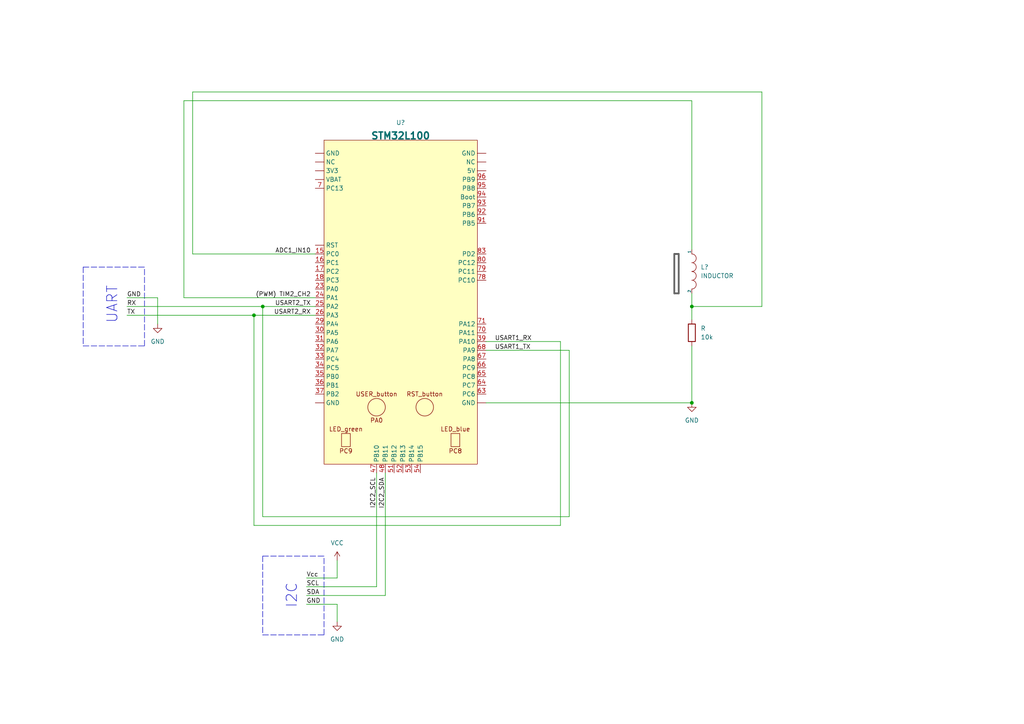
<source format=kicad_sch>
(kicad_sch (version 20211123) (generator eeschema)
  (paper "A4")
  (title_block (title "Měření vzdálenosti na základě vířivých proudů") (date "2022-12-01"))
  (lib_symbols
    (symbol "Device:R" (pin_numbers hide) (pin_names (offset 0))
      (property "Reference" "R" (at 2.032 0 90))
      (property "Value" "R" (at 0 0 90))
      (symbol "R_0_1"
        (rectangle (start -1.016 -2.54) (end 1.016 2.54) (stroke (width 0.254)))
      )
      (symbol "R_1_1"
        (pin passive line (at 0 3.81 270) (length 1.27) (name "~") (number "1"))
        (pin passive line (at 0 -3.81 90) (length 1.27) (name "~") (number "2"))
      )
    )
    (symbol "custom:STM32L100"
      (property "Reference" "U" (at 21.59 43.18 0))
      (property "Value" "STM32L100" (at 20.32 45.72 0))
      (symbol "STM32L100_0_0"
        (rectangle (start 5.08 8.89) (end 7.62 5.08))
        (circle (center 15.24 16.51) (radius 2.54))
        (circle (center 29.21 16.51) (radius 2.54))
        (rectangle (start 36.83 8.89) (end 39.37 5.08))
        (text "LED_blue" (at 38.1 10.16 0) (effects (font (size 1.27 1.27))))
        (text "LED_green" (at 6.35 10.16 0) (effects (font (size 1.27 1.27))))
        (text "PA0" (at 15.24 12.7 0) (effects (font (size 1.27 1.27))))
        (text "PC8" (at 38.1 3.81 0) (effects (font (size 1.27 1.27))))
        (text "PC9" (at 6.35 3.81 0) (effects (font (size 1.27 1.27))))
        (text "RST_button" (at 29.21 20.32 0) (effects (font (size 1.27 1.27))))
        (text "USER_button" (at 15.24 20.32 0) (effects (font (size 1.27 1.27))))
      )
      (symbol "STM32L100_0_1"
        (rectangle (start 0 93.98) (end 44.45 0) (fill (type background)))
      )
      (symbol "STM32L100_1_1"
        (pin power_out line (at -2.54 85.09 0) (length 2.54) (name "3V3") (number ""))
        (pin power_out line (at 46.99 85.09 180) (length 2.54) (name "5V") (number ""))
        (pin power_out line (at -2.54 17.78 0) (length 2.54) (name "GND") (number ""))
        (pin power_out line (at -2.54 90.17 0) (length 2.54) (name "GND") (number ""))
        (pin power_out line (at 46.99 17.78 180) (length 2.54) (name "GND") (number ""))
        (pin power_in line (at 46.99 90.17 180) (length 2.54) (name "GND") (number ""))
        (pin unspecified line (at -2.54 87.63 0) (length 2.54) (name "NC") (number ""))
        (pin unspecified line (at 46.99 87.63 180) (length 2.54) (name "NC") (number ""))
        (pin bidirectional line (at -2.54 63.5 0) (length 2.54) (name "RST") (number ""))
        (pin unspecified line (at -2.54 82.55 0) (length 2.54) (name "VBAT") (number ""))
        (pin bidirectional line (at -2.54 60.96 0) (length 2.54) (name "PC0") (number "15"))
        (pin bidirectional line (at -2.54 58.42 0) (length 2.54) (name "PC1") (number "16"))
        (pin bidirectional line (at -2.54 55.88 0) (length 2.54) (name "PC2") (number "17"))
        (pin bidirectional line (at -2.54 53.34 0) (length 2.54) (name "PC3") (number "18"))
        (pin bidirectional line (at -2.54 50.8 0) (length 2.54) (name "PA0") (number "23"))
        (pin bidirectional line (at -2.54 48.26 0) (length 2.54) (name "PA1") (number "24"))
        (pin bidirectional line (at -2.54 45.72 0) (length 2.54) (name "PA2") (number "25"))
        (pin bidirectional line (at -2.54 43.18 0) (length 2.54) (name "PA3") (number "26"))
        (pin bidirectional line (at -2.54 40.64 0) (length 2.54) (name "PA4") (number "29"))
        (pin bidirectional line (at -2.54 38.1 0) (length 2.54) (name "PA5") (number "30"))
        (pin bidirectional line (at -2.54 35.56 0) (length 2.54) (name "PA6") (number "31"))
        (pin bidirectional line (at -2.54 33.02 0) (length 2.54) (name "PA7") (number "32"))
        (pin bidirectional line (at -2.54 30.48 0) (length 2.54) (name "PC4") (number "33"))
        (pin bidirectional line (at -2.54 27.94 0) (length 2.54) (name "PC5") (number "34"))
        (pin bidirectional line (at -2.54 25.4 0) (length 2.54) (name "PB0") (number "35"))
        (pin bidirectional line (at -2.54 22.86 0) (length 2.54) (name "PB1") (number "36"))
        (pin bidirectional line (at -2.54 20.32 0) (length 2.54) (name "PB2") (number "37"))
        (pin bidirectional line (at 46.99 35.56 180) (length 2.54) (name "PA10") (number "39"))
        (pin bidirectional line (at 15.24 -2.54 90) (length 2.54) (name "PB10") (number "47"))
        (pin bidirectional line (at 17.78 -2.54 90) (length 2.54) (name "PB11") (number "48"))
        (pin bidirectional line (at 20.32 -2.54 90) (length 2.54) (name "PB12") (number "51"))
        (pin bidirectional line (at 22.86 -2.54 90) (length 2.54) (name "PB13") (number "52"))
        (pin bidirectional line (at 25.4 -2.54 90) (length 2.54) (name "PB14") (number "53"))
        (pin bidirectional line (at 27.94 -2.54 90) (length 2.54) (name "PB15") (number "54"))
        (pin bidirectional line (at 46.99 20.32 180) (length 2.54) (name "PC6") (number "63"))
        (pin bidirectional line (at 46.99 22.86 180) (length 2.54) (name "PC7") (number "64"))
        (pin bidirectional line (at 46.99 25.4 180) (length 2.54) (name "PC8") (number "65"))
        (pin bidirectional line (at 46.99 27.94 180) (length 2.54) (name "PC9") (number "66"))
        (pin bidirectional line (at 46.99 30.48 180) (length 2.54) (name "PA8") (number "67"))
        (pin bidirectional line (at 46.99 33.02 180) (length 2.54) (name "PA9") (number "68"))
        (pin bidirectional line (at -2.54 80.01 0) (length 2.54) (name "PC13") (number "7"))
        (pin bidirectional line (at 46.99 38.1 180) (length 2.54) (name "PA11") (number "70"))
        (pin bidirectional line (at 46.99 40.64 180) (length 2.54) (name "PA12") (number "71"))
        (pin bidirectional line (at 46.99 53.34 180) (length 2.54) (name "PC10") (number "78"))
        (pin bidirectional line (at 46.99 55.88 180) (length 2.54) (name "PC11") (number "79"))
        (pin bidirectional line (at 46.99 58.42 180) (length 2.54) (name "PC12") (number "80"))
        (pin bidirectional line (at 46.99 60.96 180) (length 2.54) (name "PD2") (number "83"))
        (pin bidirectional line (at 46.99 69.85 180) (length 2.54) (name "PB5") (number "91"))
        (pin bidirectional line (at 46.99 72.39 180) (length 2.54) (name "PB6") (number "92"))
        (pin bidirectional line (at 46.99 74.93 180) (length 2.54) (name "PB7") (number "93"))
        (pin unspecified line (at 46.99 77.47 180) (length 2.54) (name "Boot") (number "94"))
        (pin bidirectional line (at 46.99 80.01 180) (length 2.54) (name "PB8") (number "95"))
        (pin bidirectional line (at 46.99 82.55 180) (length 2.54) (name "PB9") (number "96"))
      )
    )
    (symbol "power:GND" (power) (pin_names (offset 0))
      (property "Value" "GND" (at 0 -3.81 0))
      (symbol "GND_0_1"
        (polyline (pts (xy 0 0) (xy 0 -1.27) (xy 1.27 -1.27) (xy 0 -2.54) (xy -1.27 -1.27) (xy 0 -1.27)))
      )
      (symbol "GND_1_1"
        (pin power_in line (at 0 0 270) (length 0) hide (name "GND") (number "1"))
      )
    )
    (symbol "power:VCC" (power) (pin_names (offset 0))
      (property "Value" "VCC" (at 0 3.81 0))
      (symbol "VCC_0_1"
        (polyline (pts (xy -0.762 1.27) (xy 0 2.54)))
        (polyline (pts (xy 0 0) (xy 0 2.54)))
        (polyline (pts (xy 0 2.54) (xy 0.762 1.27)))
      )
      (symbol "VCC_1_1"
        (pin power_in line (at 0 0 90) (length 0) hide (name "VCC") (number "1"))
      )
    )
    (symbol "pspice:INDUCTOR" (pin_numbers hide) (pin_names (offset 0))
      (property "Reference" "L" (at 0 2.54 0))
      (property "Value" "INDUCTOR" (at 0 -1.27 0))
      (symbol "INDUCTOR_0_1"
        (arc (start -2.54 0) (mid -3.81 1.27) (end -5.08 0))
        (arc (start 0 0) (mid -1.27 1.27) (end -2.54 0))
        (arc (start 2.54 0) (mid 1.27 1.27) (end 0 0))
        (arc (start 5.08 0) (mid 3.81 1.27) (end 2.54 0))
      )
      (symbol "INDUCTOR_1_1"
        (pin input line (at -6.35 0 0) (length 1.27) (name "1") (number "1"))
        (pin input line (at 6.35 0 180) (length 1.27) (name "2") (number "2"))
      )
    )
  )
  (junction (at 73.66 91.44))
  (junction (at 200.66 116.84))
  (junction (at 200.66 88.9))
  (junction (at 76.2 88.9))
  (wire (pts (xy 53.34 29.21) (xy 53.34 86.36)))
  (wire (pts (xy 97.79 167.64) (xy 88.9 167.64)))
  (wire (pts (xy 111.76 172.72) (xy 88.9 172.72)))
  (wire (pts (xy 165.1 149.86) (xy 76.2 149.86)))
  (wire (pts (xy 200.66 88.9) (xy 200.66 92.71)))
  (polyline (pts (xy 24.13 77.47) (xy 41.91 77.47)))
  (wire (pts (xy 97.79 175.26) (xy 97.79 180.34)))
  (wire (pts (xy 200.66 100.33) (xy 200.66 116.84)))
  (polyline (pts (xy 196.85 73.66) (xy 196.85 85.09)) (stroke (width 0.5) (type solid) (color 86 86 86 1)))
  (wire (pts (xy 200.66 72.39) (xy 200.66 29.21)))
  (wire (pts (xy 200.66 85.09) (xy 200.66 88.9)))
  (wire (pts (xy 140.97 116.84) (xy 200.66 116.84)))
  (polyline (pts (xy 76.2 184.15) (xy 93.98 184.15)))
  (polyline (pts (xy 24.13 77.47) (xy 24.13 100.33)))
  (wire (pts (xy 76.2 88.9) (xy 91.44 88.9)))
  (wire (pts (xy 162.56 99.06) (xy 140.97 99.06)))
  (wire (pts (xy 162.56 99.06) (xy 162.56 152.4)))
  (wire (pts (xy 88.9 175.26) (xy 97.79 175.26)))
  (polyline (pts (xy 76.2 161.29) (xy 93.98 161.29)))
  (wire (pts (xy 73.66 152.4) (xy 73.66 91.44)))
  (wire (pts (xy 91.44 73.66) (xy 55.88 73.66)))
  (polyline (pts (xy 41.91 100.33) (xy 41.91 77.47)))
  (polyline (pts (xy 76.2 161.29) (xy 76.2 184.15)))
  (wire (pts (xy 165.1 101.6) (xy 165.1 149.86)))
  (wire (pts (xy 36.83 91.44) (xy 73.66 91.44)))
  (wire (pts (xy 162.56 152.4) (xy 73.66 152.4)))
  (wire (pts (xy 91.44 86.36) (xy 53.34 86.36)))
  (wire (pts (xy 109.22 170.18) (xy 88.9 170.18)))
  (wire (pts (xy 97.79 162.56) (xy 97.79 167.64)))
  (wire (pts (xy 73.66 91.44) (xy 91.44 91.44)))
  (wire (pts (xy 45.72 93.98) (xy 45.72 86.36)))
  (polyline (pts (xy 195.58 73.66) (xy 196.85 73.66)) (stroke (width 0.5) (type solid) (color 86 86 86 1)))
  (wire (pts (xy 200.66 29.21) (xy 53.34 29.21)))
  (polyline (pts (xy 24.13 100.33) (xy 41.91 100.33)))
  (wire (pts (xy 36.83 86.36) (xy 45.72 86.36)))
  (wire (pts (xy 111.76 137.16) (xy 111.76 172.72)))
  (wire (pts (xy 55.88 73.66) (xy 55.88 26.67)))
  (wire (pts (xy 109.22 137.16) (xy 109.22 170.18)))
  (polyline (pts (xy 195.58 85.09) (xy 195.58 73.66)) (stroke (width 0.5) (type solid) (color 86 86 86 1)))
  (wire (pts (xy 140.97 101.6) (xy 165.1 101.6)))
  (wire (pts (xy 200.66 88.9) (xy 220.98 88.9)))
  (wire (pts (xy 220.98 26.67) (xy 220.98 88.9)))
  (wire (pts (xy 76.2 88.9) (xy 76.2 149.86)))
  (wire (pts (xy 36.83 88.9) (xy 76.2 88.9)))
  (polyline (pts (xy 93.98 184.15) (xy 93.98 161.29)))
  (polyline (pts (xy 196.85 85.09) (xy 195.58 85.09)) (stroke (width 0.5) (type solid) (color 86 86 86 1)))
  (wire (pts (xy 55.88 26.67) (xy 220.98 26.67)))
  (text "I2C" (at 86.36 176.53 90) (effects (font (size 3 3)) (justify left bottom)))
  (text "UART" (at 34.29 93.98 90) (effects (font (size 3 3)) (justify left bottom)))
  (label "USART1_RX" (at 143.51 99.06 0))
  (label "TX" (at 36.83 91.44 0))
  (label "SDA" (at 88.9 172.72 0))
  (label "I2C2_SDA" (at 111.76 138.43 270))
  (label "I2C2_SCL" (at 109.22 138.43 270))
  (label "Vcc" (at 88.9 167.64 0))
  (label "GND" (at 36.83 86.36 0))
  (label "USART1_TX" (at 143.51 101.6 0))
  (label "SCL" (at 88.9 170.18 0))
  (label "RX" (at 36.83 88.9 0))
  (label "ADC1_IN10" (at 90.17 73.66 180))
  (label "(PWM) TIM2_CH2" (at 90.17 86.36 180))
  (label "USART2_RX" (at 90.17 91.44 180))
  (label "USART2_TX" (at 90.17 88.9 180))
  (label "GND" (at 88.9 175.26 0))
  (symbol (lib_id "Device:R") (at 200.66 96.52 0) (unit 1)
    (property "Reference" "R" (at 203.2 95.2499 0) (effects (justify left)))
    (property "Value" "10k" (at 203.2 97.7899 0) (effects (justify left)))
  )
  (symbol (lib_id "power:VCC") (at 97.79 162.56 0) (unit 1)
    (property "Reference" "#PWR?" (effects hide))
    (property "Value" "VCC" (at 97.79 157.48 0))
  )
  (symbol (lib_id "power:GND") (at 200.66 116.84 0) (unit 1)
    (property "Reference" "#PWR?" (effects hide))
    (property "Value" "GND" (at 200.66 121.92 0))
  )
  (symbol (lib_id "power:GND") (at 45.72 93.98 0) (unit 1)
    (property "Reference" "#PWR?" (effects hide))
    (property "Value" "GND" (at 45.72 99.06 0))
  )
  (symbol (lib_id "custom:STM32L100") (at 93.98 134.62 0) (unit 1)
    (property "Reference" "U?" (at 116.205 35.56 0))
    (property "Value" "STM32L100" (at 116.205 39.37 0) (effects (font (size 2 2) bold)))
  )
  (symbol (lib_id "power:GND") (at 97.79 180.34 0) (unit 1)
    (property "Reference" "#PWR?" (effects hide))
    (property "Value" "GND" (at 97.79 185.42 0))
  )
  (symbol (lib_id "pspice:INDUCTOR") (at 200.66 78.74 270) (unit 1)
    (property "Reference" "L?" (at 203.2 77.4699 90) (effects (justify left)))
    (property "Value" "INDUCTOR" (at 203.2 80.0099 90) (effects (justify left)))
  )
)
</source>
